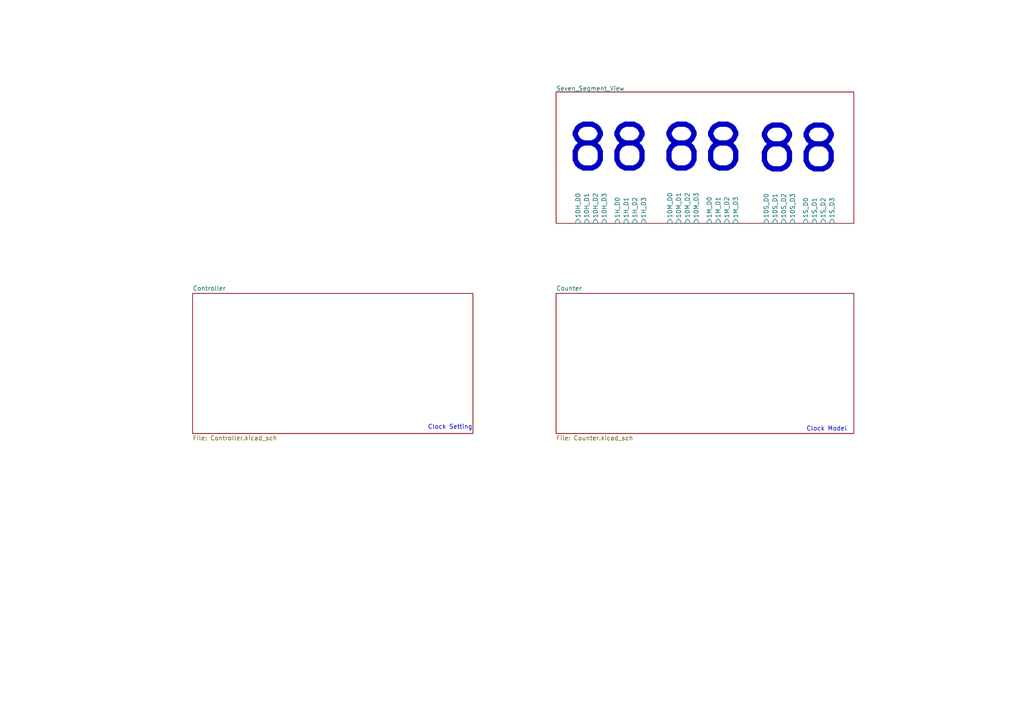
<source format=kicad_sch>
(kicad_sch
	(version 20250114)
	(generator "eeschema")
	(generator_version "9.0")
	(uuid "5bd54fe5-76b9-4a9f-b669-c9b700fe6cae")
	(paper "A4")
	(lib_symbols)
	(text "Clock Model"
		(exclude_from_sim no)
		(at 239.776 124.46 0)
		(effects
			(font
				(size 1.27 1.27)
			)
		)
		(uuid "34a57e67-8797-4180-a5d8-2c2fd674772d")
	)
	(text "88"
		(exclude_from_sim no)
		(at 203.708 43.18 0)
		(effects
			(font
				(size 12.7 12.7)
				(thickness 1.524)
				(bold yes)
			)
		)
		(uuid "5343acbc-455a-4d67-bc6a-ca7608af0995")
	)
	(text "Clock Setting"
		(exclude_from_sim no)
		(at 130.556 123.952 0)
		(effects
			(font
				(size 1.27 1.27)
			)
		)
		(uuid "93bf0b8a-6241-4810-a206-e97453370dcc")
	)
	(text "88"
		(exclude_from_sim no)
		(at 176.53 43.18 0)
		(effects
			(font
				(size 12.7 12.7)
				(thickness 1.524)
				(bold yes)
			)
		)
		(uuid "daa0c591-8c0e-44af-9864-7279c3ab5331")
	)
	(text "88"
		(exclude_from_sim no)
		(at 231.394 43.434 0)
		(effects
			(font
				(size 12.7 12.7)
				(thickness 1.524)
				(bold yes)
			)
		)
		(uuid "e69dce65-a54c-45fb-996e-69fd70fa85ad")
	)
	(sheet
		(at 161.29 85.09)
		(size 86.36 40.64)
		(exclude_from_sim no)
		(in_bom yes)
		(on_board yes)
		(dnp no)
		(fields_autoplaced yes)
		(stroke
			(width 0.1524)
			(type solid)
		)
		(fill
			(color 0 0 0 0.0000)
		)
		(uuid "4e052793-2ff8-4f97-9964-b86eae475438")
		(property "Sheetname" "Counter"
			(at 161.29 84.3784 0)
			(effects
				(font
					(size 1.27 1.27)
				)
				(justify left bottom)
			)
		)
		(property "Sheetfile" "Counter.kicad_sch"
			(at 161.29 126.3146 0)
			(effects
				(font
					(size 1.27 1.27)
				)
				(justify left top)
			)
		)
		(instances
			(project "7Seg_6Digits"
				(path "/5bd54fe5-76b9-4a9f-b669-c9b700fe6cae"
					(page "3")
				)
			)
		)
	)
	(sheet
		(at 55.88 85.09)
		(size 81.28 40.64)
		(exclude_from_sim no)
		(in_bom yes)
		(on_board yes)
		(dnp no)
		(fields_autoplaced yes)
		(stroke
			(width 0.1524)
			(type solid)
		)
		(fill
			(color 0 0 0 0.0000)
		)
		(uuid "ea61ede9-7527-49da-a343-8063cfa57af6")
		(property "Sheetname" "Controller"
			(at 55.88 84.3784 0)
			(effects
				(font
					(size 1.27 1.27)
				)
				(justify left bottom)
			)
		)
		(property "Sheetfile" "Controller.kicad_sch"
			(at 55.88 126.3146 0)
			(effects
				(font
					(size 1.27 1.27)
				)
				(justify left top)
			)
		)
		(instances
			(project "7Seg_6Digits"
				(path "/5bd54fe5-76b9-4a9f-b669-c9b700fe6cae"
					(page "4")
				)
			)
		)
	)
	(sheet
		(at 161.29 26.67)
		(size 86.36 38.1)
		(exclude_from_sim no)
		(in_bom yes)
		(on_board yes)
		(dnp no)
		(stroke
			(width 0.1524)
			(type solid)
		)
		(fill
			(color 0 0 0 0.0000)
		)
		(uuid "f4c0fe6a-5aa6-409b-90e6-aa0165a20525")
		(property "Sheetname" "Seven_Segment_View"
			(at 161.29 26.416 0)
			(effects
				(font
					(size 1.27 1.27)
				)
				(justify left bottom)
			)
		)
		(property "Sheetfile" "Seven_Segment_View.kicad_sch"
			(at 248.2346 64.77 90)
			(effects
				(font
					(size 1.27 1.27)
				)
				(justify left top)
				(hide yes)
			)
		)
		(pin "1H_D0" input
			(at 179.07 64.77 270)
			(uuid "f9b15ede-d5fa-46fd-a421-274e4b8d63f3")
			(effects
				(font
					(size 1.27 1.27)
				)
				(justify left)
			)
		)
		(pin "1H_D1" input
			(at 181.61 64.77 270)
			(uuid "928aeaeb-0fd9-4fa9-9314-382fbfb4bcb4")
			(effects
				(font
					(size 1.27 1.27)
				)
				(justify left)
			)
		)
		(pin "1H_D2" input
			(at 184.15 64.77 270)
			(uuid "eea4f3e0-091f-4558-9674-1081a9a9fd19")
			(effects
				(font
					(size 1.27 1.27)
				)
				(justify left)
			)
		)
		(pin "1H_D3" input
			(at 186.69 64.77 270)
			(uuid "c1a8cbb7-2e0a-4ccc-a9aa-7a51d8324954")
			(effects
				(font
					(size 1.27 1.27)
				)
				(justify left)
			)
		)
		(pin "1M_D0" input
			(at 205.74 64.77 270)
			(uuid "ae37598e-17b7-41cc-8e79-c174d6905f68")
			(effects
				(font
					(size 1.27 1.27)
				)
				(justify left)
			)
		)
		(pin "1M_D1" input
			(at 208.28 64.77 270)
			(uuid "6088bcbf-d176-4883-acda-2013158fec2a")
			(effects
				(font
					(size 1.27 1.27)
				)
				(justify left)
			)
		)
		(pin "1M_D2" input
			(at 210.82 64.77 270)
			(uuid "47afa38e-8739-4a40-bbc9-515244412549")
			(effects
				(font
					(size 1.27 1.27)
				)
				(justify left)
			)
		)
		(pin "1M_D3" input
			(at 213.36 64.77 270)
			(uuid "3af2aa26-44b2-4a9b-87e4-5954fd8b57e1")
			(effects
				(font
					(size 1.27 1.27)
				)
				(justify left)
			)
		)
		(pin "1S_D0" input
			(at 233.68 64.77 270)
			(uuid "65d96775-74c3-430a-8ef8-dc7570c78d50")
			(effects
				(font
					(size 1.27 1.27)
				)
				(justify left)
			)
		)
		(pin "1S_D1" input
			(at 236.22 64.77 270)
			(uuid "3157655f-b660-447f-b73a-0e88f2c993bd")
			(effects
				(font
					(size 1.27 1.27)
				)
				(justify left)
			)
		)
		(pin "1S_D2" input
			(at 238.76 64.77 270)
			(uuid "54c5ad60-f327-4417-a8df-48b87117d669")
			(effects
				(font
					(size 1.27 1.27)
				)
				(justify left)
			)
		)
		(pin "1S_D3" input
			(at 241.3 64.77 270)
			(uuid "ab9ba7a5-bc44-4729-ad56-865f9e806a49")
			(effects
				(font
					(size 1.27 1.27)
				)
				(justify left)
			)
		)
		(pin "10H_D0" input
			(at 167.64 64.77 270)
			(uuid "bf2fa49a-5a81-4b61-906a-14881ed4b20a")
			(effects
				(font
					(size 1.27 1.27)
				)
				(justify left)
			)
		)
		(pin "10H_D1" input
			(at 170.18 64.77 270)
			(uuid "10d84f3a-e94b-480b-8466-7f4f11743dc7")
			(effects
				(font
					(size 1.27 1.27)
				)
				(justify left)
			)
		)
		(pin "10H_D2" input
			(at 172.72 64.77 270)
			(uuid "bab57eac-20e9-473e-94bd-1f3251688273")
			(effects
				(font
					(size 1.27 1.27)
				)
				(justify left)
			)
		)
		(pin "10H_D3" input
			(at 175.26 64.77 270)
			(uuid "3dbce5f0-7d23-4f7b-b7a2-891717776b33")
			(effects
				(font
					(size 1.27 1.27)
				)
				(justify left)
			)
		)
		(pin "10M_D0" input
			(at 194.31 64.77 270)
			(uuid "4acca6fa-9cd6-487a-a0e1-36247d181885")
			(effects
				(font
					(size 1.27 1.27)
				)
				(justify left)
			)
		)
		(pin "10M_D1" input
			(at 196.85 64.77 270)
			(uuid "f0222107-448e-4ecc-bba7-4391b15cfb55")
			(effects
				(font
					(size 1.27 1.27)
				)
				(justify left)
			)
		)
		(pin "10M_D2" input
			(at 199.39 64.77 270)
			(uuid "2805f227-9014-47e9-aca4-361f31877ccd")
			(effects
				(font
					(size 1.27 1.27)
				)
				(justify left)
			)
		)
		(pin "10M_D3" input
			(at 201.93 64.77 270)
			(uuid "9052870b-b02c-4411-ae05-db5968de7f63")
			(effects
				(font
					(size 1.27 1.27)
				)
				(justify left)
			)
		)
		(pin "10S_D0" input
			(at 222.25 64.77 270)
			(uuid "dd5d5451-d302-4ada-b2b5-6b2dccce2803")
			(effects
				(font
					(size 1.27 1.27)
				)
				(justify left)
			)
		)
		(pin "10S_D1" input
			(at 224.79 64.77 270)
			(uuid "205e782d-7888-4d38-9006-9d77b016de48")
			(effects
				(font
					(size 1.27 1.27)
				)
				(justify left)
			)
		)
		(pin "10S_D2" input
			(at 227.33 64.77 270)
			(uuid "5aa7142d-5a5a-4a87-922b-58f5ca90b83c")
			(effects
				(font
					(size 1.27 1.27)
				)
				(justify left)
			)
		)
		(pin "10S_D3" input
			(at 229.87 64.77 270)
			(uuid "5e06f37b-91ec-4f22-9a86-c74456056e3b")
			(effects
				(font
					(size 1.27 1.27)
				)
				(justify left)
			)
		)
		(instances
			(project "7Seg_6Digits"
				(path "/5bd54fe5-76b9-4a9f-b669-c9b700fe6cae"
					(page "2")
				)
			)
		)
	)
	(sheet_instances
		(path "/"
			(page "1")
		)
	)
	(embedded_fonts no)
)

</source>
